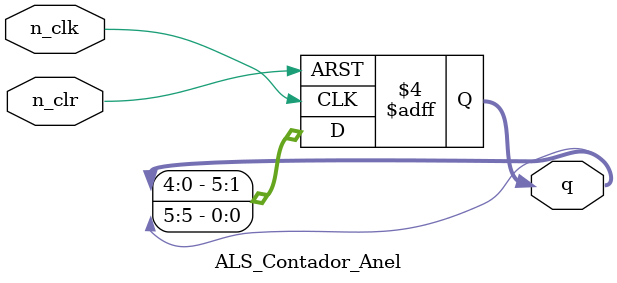
<source format=v>
module ALS_Contador_Anel (
  input n_clk,
  input n_clr,
  output reg [5:0] q
);
  
    always @(negedge n_clk or negedge n_clr) begin
      if (!n_clr)
        q <= 6'b000001;
      else begin
        q <= q<<1;
        q[0] <= q[5];
      end
    end

endmodule

</source>
